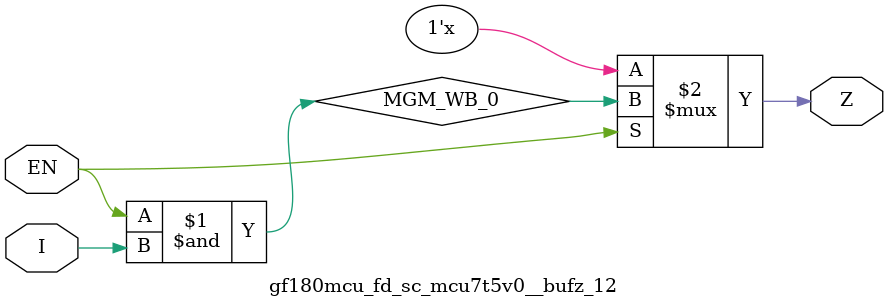
<source format=v>

module gf180mcu_fd_sc_mcu7t5v0__bufz_12( EN, I, Z );
input EN, I;
output Z;

	wire MGM_WB_0;

	wire MGM_WB_1;

	and MGM_BG_0( MGM_WB_0, EN, I );

	not MGM_BG_1( MGM_WB_1, EN );

	bufif0 MGM_BG_2( Z, MGM_WB_0,MGM_WB_1 );

endmodule

</source>
